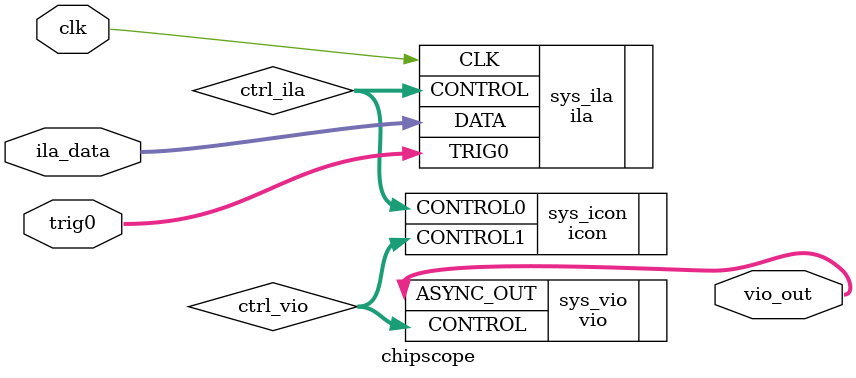
<source format=v>
`timescale 1ns / 1ps
module chipscope(clk, ila_data, trig0, vio_out);
parameter ila_data_width = 45;
	input clk;
	input [ila_data_width-1:0] ila_data;
	input [7:0] trig0;
	output [1:0] vio_out;
	
	wire [35:0] ctrl_ila;
	wire [35:0] ctrl_vio;
	wire [7:0] trig0;
	 
	icon sys_icon(
		.CONTROL0(ctrl_ila),	// INOUT BUS [35:0]
		.CONTROL1(ctrl_vio)	// INOUT BUS [35:0]
	);
	
	ila sys_ila (
    .CONTROL(ctrl_ila), // INOUT BUS [35:0]
    .CLK(clk), // IN
    .DATA(ila_data), // IN BUS [38:0]
    .TRIG0(trig0) // IN BUS [7:0]
	);
	
	vio sys_vio (
    .CONTROL(ctrl_vio), // INOUT BUS [35:0]
    .ASYNC_OUT(vio_out) // OUT BUS [1:0]
	);


endmodule

</source>
